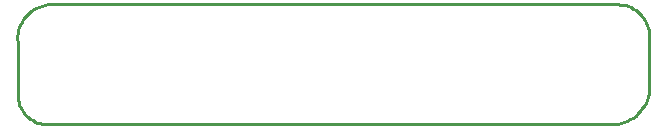
<source format=gbr>
G04 EAGLE Gerber RS-274X export*
G75*
%MOMM*%
%FSLAX34Y34*%
%LPD*%
%IN*%
%IPPOS*%
%AMOC8*
5,1,8,0,0,1.08239X$1,22.5*%
G01*
%ADD10C,0.254000*%


D10*
X0Y25400D02*
X97Y23186D01*
X386Y20989D01*
X865Y18826D01*
X1532Y16713D01*
X2380Y14666D01*
X3403Y12700D01*
X4594Y10831D01*
X5942Y9073D01*
X7440Y7440D01*
X9073Y5942D01*
X10831Y4594D01*
X12700Y3403D01*
X14666Y2380D01*
X16713Y1532D01*
X18826Y865D01*
X20989Y386D01*
X23186Y97D01*
X25400Y0D01*
X502920Y0D01*
X505687Y121D01*
X508433Y482D01*
X511138Y1082D01*
X513779Y1915D01*
X516338Y2975D01*
X518795Y4254D01*
X521131Y5742D01*
X523329Y7428D01*
X525371Y9299D01*
X527242Y11342D01*
X528928Y13539D01*
X530416Y15875D01*
X531695Y18332D01*
X532755Y20891D01*
X533588Y23533D01*
X534188Y26237D01*
X534549Y28983D01*
X534670Y31750D01*
X534670Y74930D01*
X534569Y77254D01*
X534265Y79561D01*
X533761Y81833D01*
X533062Y84052D01*
X532171Y86201D01*
X531097Y88265D01*
X529847Y90227D01*
X528430Y92073D01*
X526859Y93789D01*
X525143Y95360D01*
X523297Y96777D01*
X521335Y98027D01*
X519271Y99101D01*
X517122Y99992D01*
X514903Y100691D01*
X512631Y101195D01*
X510324Y101499D01*
X508000Y101600D01*
X25400Y101600D01*
X22922Y101215D01*
X20486Y100615D01*
X18112Y99805D01*
X15818Y98791D01*
X13621Y97581D01*
X11538Y96184D01*
X9584Y94611D01*
X7775Y92874D01*
X6124Y90986D01*
X4644Y88960D01*
X3347Y86814D01*
X2241Y84563D01*
X1335Y82224D01*
X637Y79815D01*
X152Y77354D01*
X-117Y74860D01*
X-168Y72353D01*
X0Y69850D01*
X0Y25400D01*
M02*

</source>
